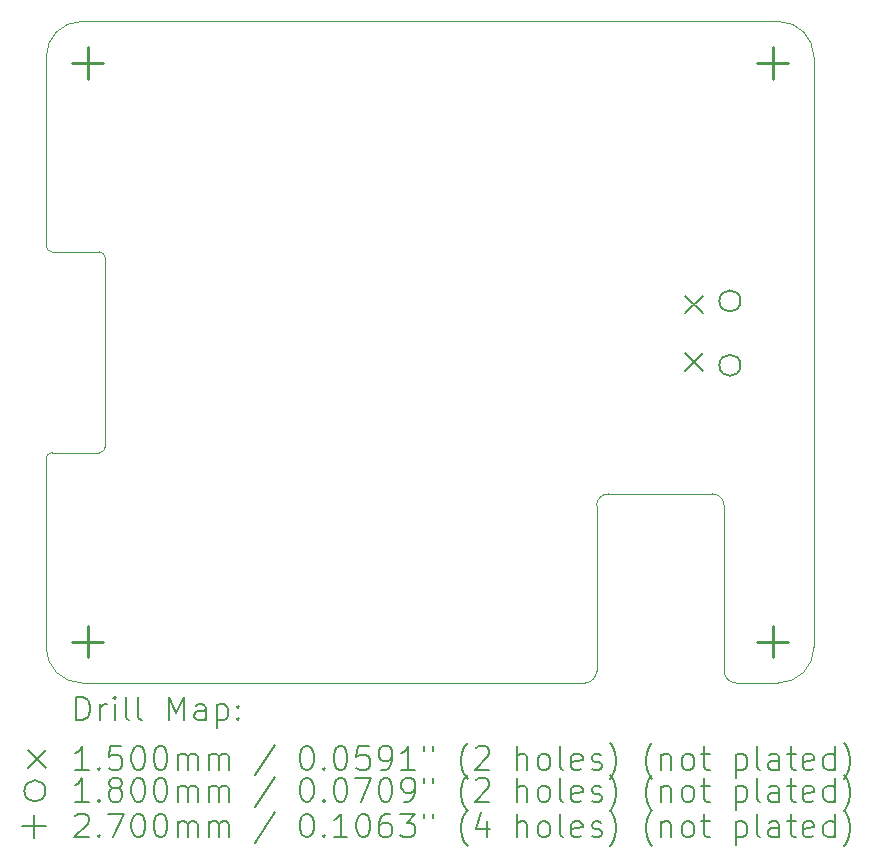
<source format=gbr>
%TF.GenerationSoftware,KiCad,Pcbnew,9.0.1-9.0.1-0~ubuntu24.04.1*%
%TF.CreationDate,2025-04-16T21:58:44-05:00*%
%TF.ProjectId,pico_driver,7069636f-5f64-4726-9976-65722e6b6963,rev?*%
%TF.SameCoordinates,Original*%
%TF.FileFunction,Drillmap*%
%TF.FilePolarity,Positive*%
%FSLAX45Y45*%
G04 Gerber Fmt 4.5, Leading zero omitted, Abs format (unit mm)*
G04 Created by KiCad (PCBNEW 9.0.1-9.0.1-0~ubuntu24.04.1) date 2025-04-16 21:58:44*
%MOMM*%
%LPD*%
G01*
G04 APERTURE LIST*
%ADD10C,0.100000*%
%ADD11C,0.200000*%
%ADD12C,0.150000*%
%ADD13C,0.180000*%
%ADD14C,0.270000*%
G04 APERTURE END LIST*
D10*
X16200000Y-10000000D02*
X15840000Y-10000000D01*
X15640000Y-8400000D02*
G75*
G02*
X15740000Y-8500000I0J-100000D01*
G01*
X10050000Y-6350000D02*
G75*
G02*
X10000000Y-6300000I0J50000D01*
G01*
X16200000Y-4400000D02*
G75*
G02*
X16500000Y-4700000I0J-300000D01*
G01*
X16500000Y-9700000D02*
X16500000Y-4700000D01*
X10000000Y-4700000D02*
X10000000Y-6300000D01*
X14660000Y-8500000D02*
X14660000Y-9900000D01*
X10300000Y-10000000D02*
G75*
G02*
X10000000Y-9700000I0J300000D01*
G01*
X14660000Y-9900000D02*
G75*
G02*
X14560000Y-10000000I-100000J0D01*
G01*
X14660000Y-8500000D02*
G75*
G02*
X14760000Y-8400000I100000J0D01*
G01*
X14560000Y-10000000D02*
X10300000Y-10000000D01*
X10450000Y-8050000D02*
X10050000Y-8050000D01*
X15840000Y-10000000D02*
G75*
G02*
X15740000Y-9900000I0J100000D01*
G01*
X10000000Y-8100000D02*
G75*
G02*
X10049913Y-8050000I50000J0D01*
G01*
X16500000Y-9700000D02*
G75*
G02*
X16200000Y-10000000I-300000J0D01*
G01*
X10500000Y-6400000D02*
X10500000Y-8000000D01*
X10000000Y-4700000D02*
G75*
G02*
X10300000Y-4400000I300000J0D01*
G01*
X15640000Y-8400000D02*
X14760000Y-8400000D01*
X15740000Y-9900000D02*
X15740000Y-8500000D01*
X10000000Y-8100000D02*
X10000000Y-9700000D01*
X10050000Y-6350000D02*
X10450000Y-6350000D01*
X10500000Y-8000000D02*
G75*
G02*
X10450000Y-8050000I-50000J0D01*
G01*
X10450000Y-6350000D02*
G75*
G02*
X10500000Y-6400000I0J-50000D01*
G01*
X16200000Y-4400000D02*
X10300000Y-4400000D01*
D11*
D12*
X15411000Y-6721500D02*
X15561000Y-6871500D01*
X15561000Y-6721500D02*
X15411000Y-6871500D01*
X15411000Y-7206500D02*
X15561000Y-7356500D01*
X15561000Y-7206500D02*
X15411000Y-7356500D01*
D13*
X15879000Y-6766500D02*
G75*
G02*
X15699000Y-6766500I-90000J0D01*
G01*
X15699000Y-6766500D02*
G75*
G02*
X15879000Y-6766500I90000J0D01*
G01*
X15879000Y-7311500D02*
G75*
G02*
X15699000Y-7311500I-90000J0D01*
G01*
X15699000Y-7311500D02*
G75*
G02*
X15879000Y-7311500I90000J0D01*
G01*
D14*
X10350000Y-4615000D02*
X10350000Y-4885000D01*
X10215000Y-4750000D02*
X10485000Y-4750000D01*
X10350000Y-9515000D02*
X10350000Y-9785000D01*
X10215000Y-9650000D02*
X10485000Y-9650000D01*
X16150000Y-4615000D02*
X16150000Y-4885000D01*
X16015000Y-4750000D02*
X16285000Y-4750000D01*
X16150000Y-9515000D02*
X16150000Y-9785000D01*
X16015000Y-9650000D02*
X16285000Y-9650000D01*
D11*
X10255777Y-10316484D02*
X10255777Y-10116484D01*
X10255777Y-10116484D02*
X10303396Y-10116484D01*
X10303396Y-10116484D02*
X10331967Y-10126008D01*
X10331967Y-10126008D02*
X10351015Y-10145055D01*
X10351015Y-10145055D02*
X10360539Y-10164103D01*
X10360539Y-10164103D02*
X10370063Y-10202198D01*
X10370063Y-10202198D02*
X10370063Y-10230770D01*
X10370063Y-10230770D02*
X10360539Y-10268865D01*
X10360539Y-10268865D02*
X10351015Y-10287912D01*
X10351015Y-10287912D02*
X10331967Y-10306960D01*
X10331967Y-10306960D02*
X10303396Y-10316484D01*
X10303396Y-10316484D02*
X10255777Y-10316484D01*
X10455777Y-10316484D02*
X10455777Y-10183150D01*
X10455777Y-10221246D02*
X10465301Y-10202198D01*
X10465301Y-10202198D02*
X10474824Y-10192674D01*
X10474824Y-10192674D02*
X10493872Y-10183150D01*
X10493872Y-10183150D02*
X10512920Y-10183150D01*
X10579586Y-10316484D02*
X10579586Y-10183150D01*
X10579586Y-10116484D02*
X10570063Y-10126008D01*
X10570063Y-10126008D02*
X10579586Y-10135531D01*
X10579586Y-10135531D02*
X10589110Y-10126008D01*
X10589110Y-10126008D02*
X10579586Y-10116484D01*
X10579586Y-10116484D02*
X10579586Y-10135531D01*
X10703396Y-10316484D02*
X10684348Y-10306960D01*
X10684348Y-10306960D02*
X10674824Y-10287912D01*
X10674824Y-10287912D02*
X10674824Y-10116484D01*
X10808158Y-10316484D02*
X10789110Y-10306960D01*
X10789110Y-10306960D02*
X10779586Y-10287912D01*
X10779586Y-10287912D02*
X10779586Y-10116484D01*
X11036729Y-10316484D02*
X11036729Y-10116484D01*
X11036729Y-10116484D02*
X11103396Y-10259341D01*
X11103396Y-10259341D02*
X11170063Y-10116484D01*
X11170063Y-10116484D02*
X11170063Y-10316484D01*
X11351015Y-10316484D02*
X11351015Y-10211722D01*
X11351015Y-10211722D02*
X11341491Y-10192674D01*
X11341491Y-10192674D02*
X11322443Y-10183150D01*
X11322443Y-10183150D02*
X11284348Y-10183150D01*
X11284348Y-10183150D02*
X11265301Y-10192674D01*
X11351015Y-10306960D02*
X11331967Y-10316484D01*
X11331967Y-10316484D02*
X11284348Y-10316484D01*
X11284348Y-10316484D02*
X11265301Y-10306960D01*
X11265301Y-10306960D02*
X11255777Y-10287912D01*
X11255777Y-10287912D02*
X11255777Y-10268865D01*
X11255777Y-10268865D02*
X11265301Y-10249817D01*
X11265301Y-10249817D02*
X11284348Y-10240293D01*
X11284348Y-10240293D02*
X11331967Y-10240293D01*
X11331967Y-10240293D02*
X11351015Y-10230770D01*
X11446253Y-10183150D02*
X11446253Y-10383150D01*
X11446253Y-10192674D02*
X11465301Y-10183150D01*
X11465301Y-10183150D02*
X11503396Y-10183150D01*
X11503396Y-10183150D02*
X11522443Y-10192674D01*
X11522443Y-10192674D02*
X11531967Y-10202198D01*
X11531967Y-10202198D02*
X11541491Y-10221246D01*
X11541491Y-10221246D02*
X11541491Y-10278389D01*
X11541491Y-10278389D02*
X11531967Y-10297436D01*
X11531967Y-10297436D02*
X11522443Y-10306960D01*
X11522443Y-10306960D02*
X11503396Y-10316484D01*
X11503396Y-10316484D02*
X11465301Y-10316484D01*
X11465301Y-10316484D02*
X11446253Y-10306960D01*
X11627205Y-10297436D02*
X11636729Y-10306960D01*
X11636729Y-10306960D02*
X11627205Y-10316484D01*
X11627205Y-10316484D02*
X11617682Y-10306960D01*
X11617682Y-10306960D02*
X11627205Y-10297436D01*
X11627205Y-10297436D02*
X11627205Y-10316484D01*
X11627205Y-10192674D02*
X11636729Y-10202198D01*
X11636729Y-10202198D02*
X11627205Y-10211722D01*
X11627205Y-10211722D02*
X11617682Y-10202198D01*
X11617682Y-10202198D02*
X11627205Y-10192674D01*
X11627205Y-10192674D02*
X11627205Y-10211722D01*
D12*
X9845000Y-10570000D02*
X9995000Y-10720000D01*
X9995000Y-10570000D02*
X9845000Y-10720000D01*
D11*
X10360539Y-10736484D02*
X10246253Y-10736484D01*
X10303396Y-10736484D02*
X10303396Y-10536484D01*
X10303396Y-10536484D02*
X10284348Y-10565055D01*
X10284348Y-10565055D02*
X10265301Y-10584103D01*
X10265301Y-10584103D02*
X10246253Y-10593627D01*
X10446253Y-10717436D02*
X10455777Y-10726960D01*
X10455777Y-10726960D02*
X10446253Y-10736484D01*
X10446253Y-10736484D02*
X10436729Y-10726960D01*
X10436729Y-10726960D02*
X10446253Y-10717436D01*
X10446253Y-10717436D02*
X10446253Y-10736484D01*
X10636729Y-10536484D02*
X10541491Y-10536484D01*
X10541491Y-10536484D02*
X10531967Y-10631722D01*
X10531967Y-10631722D02*
X10541491Y-10622198D01*
X10541491Y-10622198D02*
X10560539Y-10612674D01*
X10560539Y-10612674D02*
X10608158Y-10612674D01*
X10608158Y-10612674D02*
X10627205Y-10622198D01*
X10627205Y-10622198D02*
X10636729Y-10631722D01*
X10636729Y-10631722D02*
X10646253Y-10650770D01*
X10646253Y-10650770D02*
X10646253Y-10698389D01*
X10646253Y-10698389D02*
X10636729Y-10717436D01*
X10636729Y-10717436D02*
X10627205Y-10726960D01*
X10627205Y-10726960D02*
X10608158Y-10736484D01*
X10608158Y-10736484D02*
X10560539Y-10736484D01*
X10560539Y-10736484D02*
X10541491Y-10726960D01*
X10541491Y-10726960D02*
X10531967Y-10717436D01*
X10770063Y-10536484D02*
X10789110Y-10536484D01*
X10789110Y-10536484D02*
X10808158Y-10546008D01*
X10808158Y-10546008D02*
X10817682Y-10555531D01*
X10817682Y-10555531D02*
X10827205Y-10574579D01*
X10827205Y-10574579D02*
X10836729Y-10612674D01*
X10836729Y-10612674D02*
X10836729Y-10660293D01*
X10836729Y-10660293D02*
X10827205Y-10698389D01*
X10827205Y-10698389D02*
X10817682Y-10717436D01*
X10817682Y-10717436D02*
X10808158Y-10726960D01*
X10808158Y-10726960D02*
X10789110Y-10736484D01*
X10789110Y-10736484D02*
X10770063Y-10736484D01*
X10770063Y-10736484D02*
X10751015Y-10726960D01*
X10751015Y-10726960D02*
X10741491Y-10717436D01*
X10741491Y-10717436D02*
X10731967Y-10698389D01*
X10731967Y-10698389D02*
X10722444Y-10660293D01*
X10722444Y-10660293D02*
X10722444Y-10612674D01*
X10722444Y-10612674D02*
X10731967Y-10574579D01*
X10731967Y-10574579D02*
X10741491Y-10555531D01*
X10741491Y-10555531D02*
X10751015Y-10546008D01*
X10751015Y-10546008D02*
X10770063Y-10536484D01*
X10960539Y-10536484D02*
X10979586Y-10536484D01*
X10979586Y-10536484D02*
X10998634Y-10546008D01*
X10998634Y-10546008D02*
X11008158Y-10555531D01*
X11008158Y-10555531D02*
X11017682Y-10574579D01*
X11017682Y-10574579D02*
X11027205Y-10612674D01*
X11027205Y-10612674D02*
X11027205Y-10660293D01*
X11027205Y-10660293D02*
X11017682Y-10698389D01*
X11017682Y-10698389D02*
X11008158Y-10717436D01*
X11008158Y-10717436D02*
X10998634Y-10726960D01*
X10998634Y-10726960D02*
X10979586Y-10736484D01*
X10979586Y-10736484D02*
X10960539Y-10736484D01*
X10960539Y-10736484D02*
X10941491Y-10726960D01*
X10941491Y-10726960D02*
X10931967Y-10717436D01*
X10931967Y-10717436D02*
X10922444Y-10698389D01*
X10922444Y-10698389D02*
X10912920Y-10660293D01*
X10912920Y-10660293D02*
X10912920Y-10612674D01*
X10912920Y-10612674D02*
X10922444Y-10574579D01*
X10922444Y-10574579D02*
X10931967Y-10555531D01*
X10931967Y-10555531D02*
X10941491Y-10546008D01*
X10941491Y-10546008D02*
X10960539Y-10536484D01*
X11112920Y-10736484D02*
X11112920Y-10603150D01*
X11112920Y-10622198D02*
X11122444Y-10612674D01*
X11122444Y-10612674D02*
X11141491Y-10603150D01*
X11141491Y-10603150D02*
X11170063Y-10603150D01*
X11170063Y-10603150D02*
X11189110Y-10612674D01*
X11189110Y-10612674D02*
X11198634Y-10631722D01*
X11198634Y-10631722D02*
X11198634Y-10736484D01*
X11198634Y-10631722D02*
X11208158Y-10612674D01*
X11208158Y-10612674D02*
X11227205Y-10603150D01*
X11227205Y-10603150D02*
X11255777Y-10603150D01*
X11255777Y-10603150D02*
X11274824Y-10612674D01*
X11274824Y-10612674D02*
X11284348Y-10631722D01*
X11284348Y-10631722D02*
X11284348Y-10736484D01*
X11379586Y-10736484D02*
X11379586Y-10603150D01*
X11379586Y-10622198D02*
X11389110Y-10612674D01*
X11389110Y-10612674D02*
X11408158Y-10603150D01*
X11408158Y-10603150D02*
X11436729Y-10603150D01*
X11436729Y-10603150D02*
X11455777Y-10612674D01*
X11455777Y-10612674D02*
X11465301Y-10631722D01*
X11465301Y-10631722D02*
X11465301Y-10736484D01*
X11465301Y-10631722D02*
X11474824Y-10612674D01*
X11474824Y-10612674D02*
X11493872Y-10603150D01*
X11493872Y-10603150D02*
X11522443Y-10603150D01*
X11522443Y-10603150D02*
X11541491Y-10612674D01*
X11541491Y-10612674D02*
X11551015Y-10631722D01*
X11551015Y-10631722D02*
X11551015Y-10736484D01*
X11941491Y-10526960D02*
X11770063Y-10784103D01*
X12198634Y-10536484D02*
X12217682Y-10536484D01*
X12217682Y-10536484D02*
X12236729Y-10546008D01*
X12236729Y-10546008D02*
X12246253Y-10555531D01*
X12246253Y-10555531D02*
X12255777Y-10574579D01*
X12255777Y-10574579D02*
X12265301Y-10612674D01*
X12265301Y-10612674D02*
X12265301Y-10660293D01*
X12265301Y-10660293D02*
X12255777Y-10698389D01*
X12255777Y-10698389D02*
X12246253Y-10717436D01*
X12246253Y-10717436D02*
X12236729Y-10726960D01*
X12236729Y-10726960D02*
X12217682Y-10736484D01*
X12217682Y-10736484D02*
X12198634Y-10736484D01*
X12198634Y-10736484D02*
X12179586Y-10726960D01*
X12179586Y-10726960D02*
X12170063Y-10717436D01*
X12170063Y-10717436D02*
X12160539Y-10698389D01*
X12160539Y-10698389D02*
X12151015Y-10660293D01*
X12151015Y-10660293D02*
X12151015Y-10612674D01*
X12151015Y-10612674D02*
X12160539Y-10574579D01*
X12160539Y-10574579D02*
X12170063Y-10555531D01*
X12170063Y-10555531D02*
X12179586Y-10546008D01*
X12179586Y-10546008D02*
X12198634Y-10536484D01*
X12351015Y-10717436D02*
X12360539Y-10726960D01*
X12360539Y-10726960D02*
X12351015Y-10736484D01*
X12351015Y-10736484D02*
X12341491Y-10726960D01*
X12341491Y-10726960D02*
X12351015Y-10717436D01*
X12351015Y-10717436D02*
X12351015Y-10736484D01*
X12484348Y-10536484D02*
X12503396Y-10536484D01*
X12503396Y-10536484D02*
X12522444Y-10546008D01*
X12522444Y-10546008D02*
X12531967Y-10555531D01*
X12531967Y-10555531D02*
X12541491Y-10574579D01*
X12541491Y-10574579D02*
X12551015Y-10612674D01*
X12551015Y-10612674D02*
X12551015Y-10660293D01*
X12551015Y-10660293D02*
X12541491Y-10698389D01*
X12541491Y-10698389D02*
X12531967Y-10717436D01*
X12531967Y-10717436D02*
X12522444Y-10726960D01*
X12522444Y-10726960D02*
X12503396Y-10736484D01*
X12503396Y-10736484D02*
X12484348Y-10736484D01*
X12484348Y-10736484D02*
X12465301Y-10726960D01*
X12465301Y-10726960D02*
X12455777Y-10717436D01*
X12455777Y-10717436D02*
X12446253Y-10698389D01*
X12446253Y-10698389D02*
X12436729Y-10660293D01*
X12436729Y-10660293D02*
X12436729Y-10612674D01*
X12436729Y-10612674D02*
X12446253Y-10574579D01*
X12446253Y-10574579D02*
X12455777Y-10555531D01*
X12455777Y-10555531D02*
X12465301Y-10546008D01*
X12465301Y-10546008D02*
X12484348Y-10536484D01*
X12731967Y-10536484D02*
X12636729Y-10536484D01*
X12636729Y-10536484D02*
X12627206Y-10631722D01*
X12627206Y-10631722D02*
X12636729Y-10622198D01*
X12636729Y-10622198D02*
X12655777Y-10612674D01*
X12655777Y-10612674D02*
X12703396Y-10612674D01*
X12703396Y-10612674D02*
X12722444Y-10622198D01*
X12722444Y-10622198D02*
X12731967Y-10631722D01*
X12731967Y-10631722D02*
X12741491Y-10650770D01*
X12741491Y-10650770D02*
X12741491Y-10698389D01*
X12741491Y-10698389D02*
X12731967Y-10717436D01*
X12731967Y-10717436D02*
X12722444Y-10726960D01*
X12722444Y-10726960D02*
X12703396Y-10736484D01*
X12703396Y-10736484D02*
X12655777Y-10736484D01*
X12655777Y-10736484D02*
X12636729Y-10726960D01*
X12636729Y-10726960D02*
X12627206Y-10717436D01*
X12836729Y-10736484D02*
X12874825Y-10736484D01*
X12874825Y-10736484D02*
X12893872Y-10726960D01*
X12893872Y-10726960D02*
X12903396Y-10717436D01*
X12903396Y-10717436D02*
X12922444Y-10688865D01*
X12922444Y-10688865D02*
X12931967Y-10650770D01*
X12931967Y-10650770D02*
X12931967Y-10574579D01*
X12931967Y-10574579D02*
X12922444Y-10555531D01*
X12922444Y-10555531D02*
X12912920Y-10546008D01*
X12912920Y-10546008D02*
X12893872Y-10536484D01*
X12893872Y-10536484D02*
X12855777Y-10536484D01*
X12855777Y-10536484D02*
X12836729Y-10546008D01*
X12836729Y-10546008D02*
X12827206Y-10555531D01*
X12827206Y-10555531D02*
X12817682Y-10574579D01*
X12817682Y-10574579D02*
X12817682Y-10622198D01*
X12817682Y-10622198D02*
X12827206Y-10641246D01*
X12827206Y-10641246D02*
X12836729Y-10650770D01*
X12836729Y-10650770D02*
X12855777Y-10660293D01*
X12855777Y-10660293D02*
X12893872Y-10660293D01*
X12893872Y-10660293D02*
X12912920Y-10650770D01*
X12912920Y-10650770D02*
X12922444Y-10641246D01*
X12922444Y-10641246D02*
X12931967Y-10622198D01*
X13122444Y-10736484D02*
X13008158Y-10736484D01*
X13065301Y-10736484D02*
X13065301Y-10536484D01*
X13065301Y-10536484D02*
X13046253Y-10565055D01*
X13046253Y-10565055D02*
X13027206Y-10584103D01*
X13027206Y-10584103D02*
X13008158Y-10593627D01*
X13198634Y-10536484D02*
X13198634Y-10574579D01*
X13274825Y-10536484D02*
X13274825Y-10574579D01*
X13570063Y-10812674D02*
X13560539Y-10803150D01*
X13560539Y-10803150D02*
X13541491Y-10774579D01*
X13541491Y-10774579D02*
X13531968Y-10755531D01*
X13531968Y-10755531D02*
X13522444Y-10726960D01*
X13522444Y-10726960D02*
X13512920Y-10679341D01*
X13512920Y-10679341D02*
X13512920Y-10641246D01*
X13512920Y-10641246D02*
X13522444Y-10593627D01*
X13522444Y-10593627D02*
X13531968Y-10565055D01*
X13531968Y-10565055D02*
X13541491Y-10546008D01*
X13541491Y-10546008D02*
X13560539Y-10517436D01*
X13560539Y-10517436D02*
X13570063Y-10507912D01*
X13636729Y-10555531D02*
X13646253Y-10546008D01*
X13646253Y-10546008D02*
X13665301Y-10536484D01*
X13665301Y-10536484D02*
X13712920Y-10536484D01*
X13712920Y-10536484D02*
X13731968Y-10546008D01*
X13731968Y-10546008D02*
X13741491Y-10555531D01*
X13741491Y-10555531D02*
X13751015Y-10574579D01*
X13751015Y-10574579D02*
X13751015Y-10593627D01*
X13751015Y-10593627D02*
X13741491Y-10622198D01*
X13741491Y-10622198D02*
X13627206Y-10736484D01*
X13627206Y-10736484D02*
X13751015Y-10736484D01*
X13989110Y-10736484D02*
X13989110Y-10536484D01*
X14074825Y-10736484D02*
X14074825Y-10631722D01*
X14074825Y-10631722D02*
X14065301Y-10612674D01*
X14065301Y-10612674D02*
X14046253Y-10603150D01*
X14046253Y-10603150D02*
X14017682Y-10603150D01*
X14017682Y-10603150D02*
X13998634Y-10612674D01*
X13998634Y-10612674D02*
X13989110Y-10622198D01*
X14198634Y-10736484D02*
X14179587Y-10726960D01*
X14179587Y-10726960D02*
X14170063Y-10717436D01*
X14170063Y-10717436D02*
X14160539Y-10698389D01*
X14160539Y-10698389D02*
X14160539Y-10641246D01*
X14160539Y-10641246D02*
X14170063Y-10622198D01*
X14170063Y-10622198D02*
X14179587Y-10612674D01*
X14179587Y-10612674D02*
X14198634Y-10603150D01*
X14198634Y-10603150D02*
X14227206Y-10603150D01*
X14227206Y-10603150D02*
X14246253Y-10612674D01*
X14246253Y-10612674D02*
X14255777Y-10622198D01*
X14255777Y-10622198D02*
X14265301Y-10641246D01*
X14265301Y-10641246D02*
X14265301Y-10698389D01*
X14265301Y-10698389D02*
X14255777Y-10717436D01*
X14255777Y-10717436D02*
X14246253Y-10726960D01*
X14246253Y-10726960D02*
X14227206Y-10736484D01*
X14227206Y-10736484D02*
X14198634Y-10736484D01*
X14379587Y-10736484D02*
X14360539Y-10726960D01*
X14360539Y-10726960D02*
X14351015Y-10707912D01*
X14351015Y-10707912D02*
X14351015Y-10536484D01*
X14531968Y-10726960D02*
X14512920Y-10736484D01*
X14512920Y-10736484D02*
X14474825Y-10736484D01*
X14474825Y-10736484D02*
X14455777Y-10726960D01*
X14455777Y-10726960D02*
X14446253Y-10707912D01*
X14446253Y-10707912D02*
X14446253Y-10631722D01*
X14446253Y-10631722D02*
X14455777Y-10612674D01*
X14455777Y-10612674D02*
X14474825Y-10603150D01*
X14474825Y-10603150D02*
X14512920Y-10603150D01*
X14512920Y-10603150D02*
X14531968Y-10612674D01*
X14531968Y-10612674D02*
X14541491Y-10631722D01*
X14541491Y-10631722D02*
X14541491Y-10650770D01*
X14541491Y-10650770D02*
X14446253Y-10669817D01*
X14617682Y-10726960D02*
X14636730Y-10736484D01*
X14636730Y-10736484D02*
X14674825Y-10736484D01*
X14674825Y-10736484D02*
X14693872Y-10726960D01*
X14693872Y-10726960D02*
X14703396Y-10707912D01*
X14703396Y-10707912D02*
X14703396Y-10698389D01*
X14703396Y-10698389D02*
X14693872Y-10679341D01*
X14693872Y-10679341D02*
X14674825Y-10669817D01*
X14674825Y-10669817D02*
X14646253Y-10669817D01*
X14646253Y-10669817D02*
X14627206Y-10660293D01*
X14627206Y-10660293D02*
X14617682Y-10641246D01*
X14617682Y-10641246D02*
X14617682Y-10631722D01*
X14617682Y-10631722D02*
X14627206Y-10612674D01*
X14627206Y-10612674D02*
X14646253Y-10603150D01*
X14646253Y-10603150D02*
X14674825Y-10603150D01*
X14674825Y-10603150D02*
X14693872Y-10612674D01*
X14770063Y-10812674D02*
X14779587Y-10803150D01*
X14779587Y-10803150D02*
X14798634Y-10774579D01*
X14798634Y-10774579D02*
X14808158Y-10755531D01*
X14808158Y-10755531D02*
X14817682Y-10726960D01*
X14817682Y-10726960D02*
X14827206Y-10679341D01*
X14827206Y-10679341D02*
X14827206Y-10641246D01*
X14827206Y-10641246D02*
X14817682Y-10593627D01*
X14817682Y-10593627D02*
X14808158Y-10565055D01*
X14808158Y-10565055D02*
X14798634Y-10546008D01*
X14798634Y-10546008D02*
X14779587Y-10517436D01*
X14779587Y-10517436D02*
X14770063Y-10507912D01*
X15131968Y-10812674D02*
X15122444Y-10803150D01*
X15122444Y-10803150D02*
X15103396Y-10774579D01*
X15103396Y-10774579D02*
X15093872Y-10755531D01*
X15093872Y-10755531D02*
X15084349Y-10726960D01*
X15084349Y-10726960D02*
X15074825Y-10679341D01*
X15074825Y-10679341D02*
X15074825Y-10641246D01*
X15074825Y-10641246D02*
X15084349Y-10593627D01*
X15084349Y-10593627D02*
X15093872Y-10565055D01*
X15093872Y-10565055D02*
X15103396Y-10546008D01*
X15103396Y-10546008D02*
X15122444Y-10517436D01*
X15122444Y-10517436D02*
X15131968Y-10507912D01*
X15208158Y-10603150D02*
X15208158Y-10736484D01*
X15208158Y-10622198D02*
X15217682Y-10612674D01*
X15217682Y-10612674D02*
X15236730Y-10603150D01*
X15236730Y-10603150D02*
X15265301Y-10603150D01*
X15265301Y-10603150D02*
X15284349Y-10612674D01*
X15284349Y-10612674D02*
X15293872Y-10631722D01*
X15293872Y-10631722D02*
X15293872Y-10736484D01*
X15417682Y-10736484D02*
X15398634Y-10726960D01*
X15398634Y-10726960D02*
X15389111Y-10717436D01*
X15389111Y-10717436D02*
X15379587Y-10698389D01*
X15379587Y-10698389D02*
X15379587Y-10641246D01*
X15379587Y-10641246D02*
X15389111Y-10622198D01*
X15389111Y-10622198D02*
X15398634Y-10612674D01*
X15398634Y-10612674D02*
X15417682Y-10603150D01*
X15417682Y-10603150D02*
X15446253Y-10603150D01*
X15446253Y-10603150D02*
X15465301Y-10612674D01*
X15465301Y-10612674D02*
X15474825Y-10622198D01*
X15474825Y-10622198D02*
X15484349Y-10641246D01*
X15484349Y-10641246D02*
X15484349Y-10698389D01*
X15484349Y-10698389D02*
X15474825Y-10717436D01*
X15474825Y-10717436D02*
X15465301Y-10726960D01*
X15465301Y-10726960D02*
X15446253Y-10736484D01*
X15446253Y-10736484D02*
X15417682Y-10736484D01*
X15541492Y-10603150D02*
X15617682Y-10603150D01*
X15570063Y-10536484D02*
X15570063Y-10707912D01*
X15570063Y-10707912D02*
X15579587Y-10726960D01*
X15579587Y-10726960D02*
X15598634Y-10736484D01*
X15598634Y-10736484D02*
X15617682Y-10736484D01*
X15836730Y-10603150D02*
X15836730Y-10803150D01*
X15836730Y-10612674D02*
X15855777Y-10603150D01*
X15855777Y-10603150D02*
X15893873Y-10603150D01*
X15893873Y-10603150D02*
X15912920Y-10612674D01*
X15912920Y-10612674D02*
X15922444Y-10622198D01*
X15922444Y-10622198D02*
X15931968Y-10641246D01*
X15931968Y-10641246D02*
X15931968Y-10698389D01*
X15931968Y-10698389D02*
X15922444Y-10717436D01*
X15922444Y-10717436D02*
X15912920Y-10726960D01*
X15912920Y-10726960D02*
X15893873Y-10736484D01*
X15893873Y-10736484D02*
X15855777Y-10736484D01*
X15855777Y-10736484D02*
X15836730Y-10726960D01*
X16046253Y-10736484D02*
X16027206Y-10726960D01*
X16027206Y-10726960D02*
X16017682Y-10707912D01*
X16017682Y-10707912D02*
X16017682Y-10536484D01*
X16208158Y-10736484D02*
X16208158Y-10631722D01*
X16208158Y-10631722D02*
X16198634Y-10612674D01*
X16198634Y-10612674D02*
X16179587Y-10603150D01*
X16179587Y-10603150D02*
X16141492Y-10603150D01*
X16141492Y-10603150D02*
X16122444Y-10612674D01*
X16208158Y-10726960D02*
X16189111Y-10736484D01*
X16189111Y-10736484D02*
X16141492Y-10736484D01*
X16141492Y-10736484D02*
X16122444Y-10726960D01*
X16122444Y-10726960D02*
X16112920Y-10707912D01*
X16112920Y-10707912D02*
X16112920Y-10688865D01*
X16112920Y-10688865D02*
X16122444Y-10669817D01*
X16122444Y-10669817D02*
X16141492Y-10660293D01*
X16141492Y-10660293D02*
X16189111Y-10660293D01*
X16189111Y-10660293D02*
X16208158Y-10650770D01*
X16274825Y-10603150D02*
X16351015Y-10603150D01*
X16303396Y-10536484D02*
X16303396Y-10707912D01*
X16303396Y-10707912D02*
X16312920Y-10726960D01*
X16312920Y-10726960D02*
X16331968Y-10736484D01*
X16331968Y-10736484D02*
X16351015Y-10736484D01*
X16493873Y-10726960D02*
X16474825Y-10736484D01*
X16474825Y-10736484D02*
X16436730Y-10736484D01*
X16436730Y-10736484D02*
X16417682Y-10726960D01*
X16417682Y-10726960D02*
X16408158Y-10707912D01*
X16408158Y-10707912D02*
X16408158Y-10631722D01*
X16408158Y-10631722D02*
X16417682Y-10612674D01*
X16417682Y-10612674D02*
X16436730Y-10603150D01*
X16436730Y-10603150D02*
X16474825Y-10603150D01*
X16474825Y-10603150D02*
X16493873Y-10612674D01*
X16493873Y-10612674D02*
X16503396Y-10631722D01*
X16503396Y-10631722D02*
X16503396Y-10650770D01*
X16503396Y-10650770D02*
X16408158Y-10669817D01*
X16674825Y-10736484D02*
X16674825Y-10536484D01*
X16674825Y-10726960D02*
X16655777Y-10736484D01*
X16655777Y-10736484D02*
X16617682Y-10736484D01*
X16617682Y-10736484D02*
X16598634Y-10726960D01*
X16598634Y-10726960D02*
X16589111Y-10717436D01*
X16589111Y-10717436D02*
X16579587Y-10698389D01*
X16579587Y-10698389D02*
X16579587Y-10641246D01*
X16579587Y-10641246D02*
X16589111Y-10622198D01*
X16589111Y-10622198D02*
X16598634Y-10612674D01*
X16598634Y-10612674D02*
X16617682Y-10603150D01*
X16617682Y-10603150D02*
X16655777Y-10603150D01*
X16655777Y-10603150D02*
X16674825Y-10612674D01*
X16751015Y-10812674D02*
X16760539Y-10803150D01*
X16760539Y-10803150D02*
X16779587Y-10774579D01*
X16779587Y-10774579D02*
X16789111Y-10755531D01*
X16789111Y-10755531D02*
X16798635Y-10726960D01*
X16798635Y-10726960D02*
X16808158Y-10679341D01*
X16808158Y-10679341D02*
X16808158Y-10641246D01*
X16808158Y-10641246D02*
X16798635Y-10593627D01*
X16798635Y-10593627D02*
X16789111Y-10565055D01*
X16789111Y-10565055D02*
X16779587Y-10546008D01*
X16779587Y-10546008D02*
X16760539Y-10517436D01*
X16760539Y-10517436D02*
X16751015Y-10507912D01*
D13*
X9995000Y-10915000D02*
G75*
G02*
X9815000Y-10915000I-90000J0D01*
G01*
X9815000Y-10915000D02*
G75*
G02*
X9995000Y-10915000I90000J0D01*
G01*
D11*
X10360539Y-11006484D02*
X10246253Y-11006484D01*
X10303396Y-11006484D02*
X10303396Y-10806484D01*
X10303396Y-10806484D02*
X10284348Y-10835055D01*
X10284348Y-10835055D02*
X10265301Y-10854103D01*
X10265301Y-10854103D02*
X10246253Y-10863627D01*
X10446253Y-10987436D02*
X10455777Y-10996960D01*
X10455777Y-10996960D02*
X10446253Y-11006484D01*
X10446253Y-11006484D02*
X10436729Y-10996960D01*
X10436729Y-10996960D02*
X10446253Y-10987436D01*
X10446253Y-10987436D02*
X10446253Y-11006484D01*
X10570063Y-10892198D02*
X10551015Y-10882674D01*
X10551015Y-10882674D02*
X10541491Y-10873150D01*
X10541491Y-10873150D02*
X10531967Y-10854103D01*
X10531967Y-10854103D02*
X10531967Y-10844579D01*
X10531967Y-10844579D02*
X10541491Y-10825531D01*
X10541491Y-10825531D02*
X10551015Y-10816008D01*
X10551015Y-10816008D02*
X10570063Y-10806484D01*
X10570063Y-10806484D02*
X10608158Y-10806484D01*
X10608158Y-10806484D02*
X10627205Y-10816008D01*
X10627205Y-10816008D02*
X10636729Y-10825531D01*
X10636729Y-10825531D02*
X10646253Y-10844579D01*
X10646253Y-10844579D02*
X10646253Y-10854103D01*
X10646253Y-10854103D02*
X10636729Y-10873150D01*
X10636729Y-10873150D02*
X10627205Y-10882674D01*
X10627205Y-10882674D02*
X10608158Y-10892198D01*
X10608158Y-10892198D02*
X10570063Y-10892198D01*
X10570063Y-10892198D02*
X10551015Y-10901722D01*
X10551015Y-10901722D02*
X10541491Y-10911246D01*
X10541491Y-10911246D02*
X10531967Y-10930293D01*
X10531967Y-10930293D02*
X10531967Y-10968389D01*
X10531967Y-10968389D02*
X10541491Y-10987436D01*
X10541491Y-10987436D02*
X10551015Y-10996960D01*
X10551015Y-10996960D02*
X10570063Y-11006484D01*
X10570063Y-11006484D02*
X10608158Y-11006484D01*
X10608158Y-11006484D02*
X10627205Y-10996960D01*
X10627205Y-10996960D02*
X10636729Y-10987436D01*
X10636729Y-10987436D02*
X10646253Y-10968389D01*
X10646253Y-10968389D02*
X10646253Y-10930293D01*
X10646253Y-10930293D02*
X10636729Y-10911246D01*
X10636729Y-10911246D02*
X10627205Y-10901722D01*
X10627205Y-10901722D02*
X10608158Y-10892198D01*
X10770063Y-10806484D02*
X10789110Y-10806484D01*
X10789110Y-10806484D02*
X10808158Y-10816008D01*
X10808158Y-10816008D02*
X10817682Y-10825531D01*
X10817682Y-10825531D02*
X10827205Y-10844579D01*
X10827205Y-10844579D02*
X10836729Y-10882674D01*
X10836729Y-10882674D02*
X10836729Y-10930293D01*
X10836729Y-10930293D02*
X10827205Y-10968389D01*
X10827205Y-10968389D02*
X10817682Y-10987436D01*
X10817682Y-10987436D02*
X10808158Y-10996960D01*
X10808158Y-10996960D02*
X10789110Y-11006484D01*
X10789110Y-11006484D02*
X10770063Y-11006484D01*
X10770063Y-11006484D02*
X10751015Y-10996960D01*
X10751015Y-10996960D02*
X10741491Y-10987436D01*
X10741491Y-10987436D02*
X10731967Y-10968389D01*
X10731967Y-10968389D02*
X10722444Y-10930293D01*
X10722444Y-10930293D02*
X10722444Y-10882674D01*
X10722444Y-10882674D02*
X10731967Y-10844579D01*
X10731967Y-10844579D02*
X10741491Y-10825531D01*
X10741491Y-10825531D02*
X10751015Y-10816008D01*
X10751015Y-10816008D02*
X10770063Y-10806484D01*
X10960539Y-10806484D02*
X10979586Y-10806484D01*
X10979586Y-10806484D02*
X10998634Y-10816008D01*
X10998634Y-10816008D02*
X11008158Y-10825531D01*
X11008158Y-10825531D02*
X11017682Y-10844579D01*
X11017682Y-10844579D02*
X11027205Y-10882674D01*
X11027205Y-10882674D02*
X11027205Y-10930293D01*
X11027205Y-10930293D02*
X11017682Y-10968389D01*
X11017682Y-10968389D02*
X11008158Y-10987436D01*
X11008158Y-10987436D02*
X10998634Y-10996960D01*
X10998634Y-10996960D02*
X10979586Y-11006484D01*
X10979586Y-11006484D02*
X10960539Y-11006484D01*
X10960539Y-11006484D02*
X10941491Y-10996960D01*
X10941491Y-10996960D02*
X10931967Y-10987436D01*
X10931967Y-10987436D02*
X10922444Y-10968389D01*
X10922444Y-10968389D02*
X10912920Y-10930293D01*
X10912920Y-10930293D02*
X10912920Y-10882674D01*
X10912920Y-10882674D02*
X10922444Y-10844579D01*
X10922444Y-10844579D02*
X10931967Y-10825531D01*
X10931967Y-10825531D02*
X10941491Y-10816008D01*
X10941491Y-10816008D02*
X10960539Y-10806484D01*
X11112920Y-11006484D02*
X11112920Y-10873150D01*
X11112920Y-10892198D02*
X11122444Y-10882674D01*
X11122444Y-10882674D02*
X11141491Y-10873150D01*
X11141491Y-10873150D02*
X11170063Y-10873150D01*
X11170063Y-10873150D02*
X11189110Y-10882674D01*
X11189110Y-10882674D02*
X11198634Y-10901722D01*
X11198634Y-10901722D02*
X11198634Y-11006484D01*
X11198634Y-10901722D02*
X11208158Y-10882674D01*
X11208158Y-10882674D02*
X11227205Y-10873150D01*
X11227205Y-10873150D02*
X11255777Y-10873150D01*
X11255777Y-10873150D02*
X11274824Y-10882674D01*
X11274824Y-10882674D02*
X11284348Y-10901722D01*
X11284348Y-10901722D02*
X11284348Y-11006484D01*
X11379586Y-11006484D02*
X11379586Y-10873150D01*
X11379586Y-10892198D02*
X11389110Y-10882674D01*
X11389110Y-10882674D02*
X11408158Y-10873150D01*
X11408158Y-10873150D02*
X11436729Y-10873150D01*
X11436729Y-10873150D02*
X11455777Y-10882674D01*
X11455777Y-10882674D02*
X11465301Y-10901722D01*
X11465301Y-10901722D02*
X11465301Y-11006484D01*
X11465301Y-10901722D02*
X11474824Y-10882674D01*
X11474824Y-10882674D02*
X11493872Y-10873150D01*
X11493872Y-10873150D02*
X11522443Y-10873150D01*
X11522443Y-10873150D02*
X11541491Y-10882674D01*
X11541491Y-10882674D02*
X11551015Y-10901722D01*
X11551015Y-10901722D02*
X11551015Y-11006484D01*
X11941491Y-10796960D02*
X11770063Y-11054103D01*
X12198634Y-10806484D02*
X12217682Y-10806484D01*
X12217682Y-10806484D02*
X12236729Y-10816008D01*
X12236729Y-10816008D02*
X12246253Y-10825531D01*
X12246253Y-10825531D02*
X12255777Y-10844579D01*
X12255777Y-10844579D02*
X12265301Y-10882674D01*
X12265301Y-10882674D02*
X12265301Y-10930293D01*
X12265301Y-10930293D02*
X12255777Y-10968389D01*
X12255777Y-10968389D02*
X12246253Y-10987436D01*
X12246253Y-10987436D02*
X12236729Y-10996960D01*
X12236729Y-10996960D02*
X12217682Y-11006484D01*
X12217682Y-11006484D02*
X12198634Y-11006484D01*
X12198634Y-11006484D02*
X12179586Y-10996960D01*
X12179586Y-10996960D02*
X12170063Y-10987436D01*
X12170063Y-10987436D02*
X12160539Y-10968389D01*
X12160539Y-10968389D02*
X12151015Y-10930293D01*
X12151015Y-10930293D02*
X12151015Y-10882674D01*
X12151015Y-10882674D02*
X12160539Y-10844579D01*
X12160539Y-10844579D02*
X12170063Y-10825531D01*
X12170063Y-10825531D02*
X12179586Y-10816008D01*
X12179586Y-10816008D02*
X12198634Y-10806484D01*
X12351015Y-10987436D02*
X12360539Y-10996960D01*
X12360539Y-10996960D02*
X12351015Y-11006484D01*
X12351015Y-11006484D02*
X12341491Y-10996960D01*
X12341491Y-10996960D02*
X12351015Y-10987436D01*
X12351015Y-10987436D02*
X12351015Y-11006484D01*
X12484348Y-10806484D02*
X12503396Y-10806484D01*
X12503396Y-10806484D02*
X12522444Y-10816008D01*
X12522444Y-10816008D02*
X12531967Y-10825531D01*
X12531967Y-10825531D02*
X12541491Y-10844579D01*
X12541491Y-10844579D02*
X12551015Y-10882674D01*
X12551015Y-10882674D02*
X12551015Y-10930293D01*
X12551015Y-10930293D02*
X12541491Y-10968389D01*
X12541491Y-10968389D02*
X12531967Y-10987436D01*
X12531967Y-10987436D02*
X12522444Y-10996960D01*
X12522444Y-10996960D02*
X12503396Y-11006484D01*
X12503396Y-11006484D02*
X12484348Y-11006484D01*
X12484348Y-11006484D02*
X12465301Y-10996960D01*
X12465301Y-10996960D02*
X12455777Y-10987436D01*
X12455777Y-10987436D02*
X12446253Y-10968389D01*
X12446253Y-10968389D02*
X12436729Y-10930293D01*
X12436729Y-10930293D02*
X12436729Y-10882674D01*
X12436729Y-10882674D02*
X12446253Y-10844579D01*
X12446253Y-10844579D02*
X12455777Y-10825531D01*
X12455777Y-10825531D02*
X12465301Y-10816008D01*
X12465301Y-10816008D02*
X12484348Y-10806484D01*
X12617682Y-10806484D02*
X12751015Y-10806484D01*
X12751015Y-10806484D02*
X12665301Y-11006484D01*
X12865301Y-10806484D02*
X12884348Y-10806484D01*
X12884348Y-10806484D02*
X12903396Y-10816008D01*
X12903396Y-10816008D02*
X12912920Y-10825531D01*
X12912920Y-10825531D02*
X12922444Y-10844579D01*
X12922444Y-10844579D02*
X12931967Y-10882674D01*
X12931967Y-10882674D02*
X12931967Y-10930293D01*
X12931967Y-10930293D02*
X12922444Y-10968389D01*
X12922444Y-10968389D02*
X12912920Y-10987436D01*
X12912920Y-10987436D02*
X12903396Y-10996960D01*
X12903396Y-10996960D02*
X12884348Y-11006484D01*
X12884348Y-11006484D02*
X12865301Y-11006484D01*
X12865301Y-11006484D02*
X12846253Y-10996960D01*
X12846253Y-10996960D02*
X12836729Y-10987436D01*
X12836729Y-10987436D02*
X12827206Y-10968389D01*
X12827206Y-10968389D02*
X12817682Y-10930293D01*
X12817682Y-10930293D02*
X12817682Y-10882674D01*
X12817682Y-10882674D02*
X12827206Y-10844579D01*
X12827206Y-10844579D02*
X12836729Y-10825531D01*
X12836729Y-10825531D02*
X12846253Y-10816008D01*
X12846253Y-10816008D02*
X12865301Y-10806484D01*
X13027206Y-11006484D02*
X13065301Y-11006484D01*
X13065301Y-11006484D02*
X13084348Y-10996960D01*
X13084348Y-10996960D02*
X13093872Y-10987436D01*
X13093872Y-10987436D02*
X13112920Y-10958865D01*
X13112920Y-10958865D02*
X13122444Y-10920770D01*
X13122444Y-10920770D02*
X13122444Y-10844579D01*
X13122444Y-10844579D02*
X13112920Y-10825531D01*
X13112920Y-10825531D02*
X13103396Y-10816008D01*
X13103396Y-10816008D02*
X13084348Y-10806484D01*
X13084348Y-10806484D02*
X13046253Y-10806484D01*
X13046253Y-10806484D02*
X13027206Y-10816008D01*
X13027206Y-10816008D02*
X13017682Y-10825531D01*
X13017682Y-10825531D02*
X13008158Y-10844579D01*
X13008158Y-10844579D02*
X13008158Y-10892198D01*
X13008158Y-10892198D02*
X13017682Y-10911246D01*
X13017682Y-10911246D02*
X13027206Y-10920770D01*
X13027206Y-10920770D02*
X13046253Y-10930293D01*
X13046253Y-10930293D02*
X13084348Y-10930293D01*
X13084348Y-10930293D02*
X13103396Y-10920770D01*
X13103396Y-10920770D02*
X13112920Y-10911246D01*
X13112920Y-10911246D02*
X13122444Y-10892198D01*
X13198634Y-10806484D02*
X13198634Y-10844579D01*
X13274825Y-10806484D02*
X13274825Y-10844579D01*
X13570063Y-11082674D02*
X13560539Y-11073150D01*
X13560539Y-11073150D02*
X13541491Y-11044579D01*
X13541491Y-11044579D02*
X13531968Y-11025531D01*
X13531968Y-11025531D02*
X13522444Y-10996960D01*
X13522444Y-10996960D02*
X13512920Y-10949341D01*
X13512920Y-10949341D02*
X13512920Y-10911246D01*
X13512920Y-10911246D02*
X13522444Y-10863627D01*
X13522444Y-10863627D02*
X13531968Y-10835055D01*
X13531968Y-10835055D02*
X13541491Y-10816008D01*
X13541491Y-10816008D02*
X13560539Y-10787436D01*
X13560539Y-10787436D02*
X13570063Y-10777912D01*
X13636729Y-10825531D02*
X13646253Y-10816008D01*
X13646253Y-10816008D02*
X13665301Y-10806484D01*
X13665301Y-10806484D02*
X13712920Y-10806484D01*
X13712920Y-10806484D02*
X13731968Y-10816008D01*
X13731968Y-10816008D02*
X13741491Y-10825531D01*
X13741491Y-10825531D02*
X13751015Y-10844579D01*
X13751015Y-10844579D02*
X13751015Y-10863627D01*
X13751015Y-10863627D02*
X13741491Y-10892198D01*
X13741491Y-10892198D02*
X13627206Y-11006484D01*
X13627206Y-11006484D02*
X13751015Y-11006484D01*
X13989110Y-11006484D02*
X13989110Y-10806484D01*
X14074825Y-11006484D02*
X14074825Y-10901722D01*
X14074825Y-10901722D02*
X14065301Y-10882674D01*
X14065301Y-10882674D02*
X14046253Y-10873150D01*
X14046253Y-10873150D02*
X14017682Y-10873150D01*
X14017682Y-10873150D02*
X13998634Y-10882674D01*
X13998634Y-10882674D02*
X13989110Y-10892198D01*
X14198634Y-11006484D02*
X14179587Y-10996960D01*
X14179587Y-10996960D02*
X14170063Y-10987436D01*
X14170063Y-10987436D02*
X14160539Y-10968389D01*
X14160539Y-10968389D02*
X14160539Y-10911246D01*
X14160539Y-10911246D02*
X14170063Y-10892198D01*
X14170063Y-10892198D02*
X14179587Y-10882674D01*
X14179587Y-10882674D02*
X14198634Y-10873150D01*
X14198634Y-10873150D02*
X14227206Y-10873150D01*
X14227206Y-10873150D02*
X14246253Y-10882674D01*
X14246253Y-10882674D02*
X14255777Y-10892198D01*
X14255777Y-10892198D02*
X14265301Y-10911246D01*
X14265301Y-10911246D02*
X14265301Y-10968389D01*
X14265301Y-10968389D02*
X14255777Y-10987436D01*
X14255777Y-10987436D02*
X14246253Y-10996960D01*
X14246253Y-10996960D02*
X14227206Y-11006484D01*
X14227206Y-11006484D02*
X14198634Y-11006484D01*
X14379587Y-11006484D02*
X14360539Y-10996960D01*
X14360539Y-10996960D02*
X14351015Y-10977912D01*
X14351015Y-10977912D02*
X14351015Y-10806484D01*
X14531968Y-10996960D02*
X14512920Y-11006484D01*
X14512920Y-11006484D02*
X14474825Y-11006484D01*
X14474825Y-11006484D02*
X14455777Y-10996960D01*
X14455777Y-10996960D02*
X14446253Y-10977912D01*
X14446253Y-10977912D02*
X14446253Y-10901722D01*
X14446253Y-10901722D02*
X14455777Y-10882674D01*
X14455777Y-10882674D02*
X14474825Y-10873150D01*
X14474825Y-10873150D02*
X14512920Y-10873150D01*
X14512920Y-10873150D02*
X14531968Y-10882674D01*
X14531968Y-10882674D02*
X14541491Y-10901722D01*
X14541491Y-10901722D02*
X14541491Y-10920770D01*
X14541491Y-10920770D02*
X14446253Y-10939817D01*
X14617682Y-10996960D02*
X14636730Y-11006484D01*
X14636730Y-11006484D02*
X14674825Y-11006484D01*
X14674825Y-11006484D02*
X14693872Y-10996960D01*
X14693872Y-10996960D02*
X14703396Y-10977912D01*
X14703396Y-10977912D02*
X14703396Y-10968389D01*
X14703396Y-10968389D02*
X14693872Y-10949341D01*
X14693872Y-10949341D02*
X14674825Y-10939817D01*
X14674825Y-10939817D02*
X14646253Y-10939817D01*
X14646253Y-10939817D02*
X14627206Y-10930293D01*
X14627206Y-10930293D02*
X14617682Y-10911246D01*
X14617682Y-10911246D02*
X14617682Y-10901722D01*
X14617682Y-10901722D02*
X14627206Y-10882674D01*
X14627206Y-10882674D02*
X14646253Y-10873150D01*
X14646253Y-10873150D02*
X14674825Y-10873150D01*
X14674825Y-10873150D02*
X14693872Y-10882674D01*
X14770063Y-11082674D02*
X14779587Y-11073150D01*
X14779587Y-11073150D02*
X14798634Y-11044579D01*
X14798634Y-11044579D02*
X14808158Y-11025531D01*
X14808158Y-11025531D02*
X14817682Y-10996960D01*
X14817682Y-10996960D02*
X14827206Y-10949341D01*
X14827206Y-10949341D02*
X14827206Y-10911246D01*
X14827206Y-10911246D02*
X14817682Y-10863627D01*
X14817682Y-10863627D02*
X14808158Y-10835055D01*
X14808158Y-10835055D02*
X14798634Y-10816008D01*
X14798634Y-10816008D02*
X14779587Y-10787436D01*
X14779587Y-10787436D02*
X14770063Y-10777912D01*
X15131968Y-11082674D02*
X15122444Y-11073150D01*
X15122444Y-11073150D02*
X15103396Y-11044579D01*
X15103396Y-11044579D02*
X15093872Y-11025531D01*
X15093872Y-11025531D02*
X15084349Y-10996960D01*
X15084349Y-10996960D02*
X15074825Y-10949341D01*
X15074825Y-10949341D02*
X15074825Y-10911246D01*
X15074825Y-10911246D02*
X15084349Y-10863627D01*
X15084349Y-10863627D02*
X15093872Y-10835055D01*
X15093872Y-10835055D02*
X15103396Y-10816008D01*
X15103396Y-10816008D02*
X15122444Y-10787436D01*
X15122444Y-10787436D02*
X15131968Y-10777912D01*
X15208158Y-10873150D02*
X15208158Y-11006484D01*
X15208158Y-10892198D02*
X15217682Y-10882674D01*
X15217682Y-10882674D02*
X15236730Y-10873150D01*
X15236730Y-10873150D02*
X15265301Y-10873150D01*
X15265301Y-10873150D02*
X15284349Y-10882674D01*
X15284349Y-10882674D02*
X15293872Y-10901722D01*
X15293872Y-10901722D02*
X15293872Y-11006484D01*
X15417682Y-11006484D02*
X15398634Y-10996960D01*
X15398634Y-10996960D02*
X15389111Y-10987436D01*
X15389111Y-10987436D02*
X15379587Y-10968389D01*
X15379587Y-10968389D02*
X15379587Y-10911246D01*
X15379587Y-10911246D02*
X15389111Y-10892198D01*
X15389111Y-10892198D02*
X15398634Y-10882674D01*
X15398634Y-10882674D02*
X15417682Y-10873150D01*
X15417682Y-10873150D02*
X15446253Y-10873150D01*
X15446253Y-10873150D02*
X15465301Y-10882674D01*
X15465301Y-10882674D02*
X15474825Y-10892198D01*
X15474825Y-10892198D02*
X15484349Y-10911246D01*
X15484349Y-10911246D02*
X15484349Y-10968389D01*
X15484349Y-10968389D02*
X15474825Y-10987436D01*
X15474825Y-10987436D02*
X15465301Y-10996960D01*
X15465301Y-10996960D02*
X15446253Y-11006484D01*
X15446253Y-11006484D02*
X15417682Y-11006484D01*
X15541492Y-10873150D02*
X15617682Y-10873150D01*
X15570063Y-10806484D02*
X15570063Y-10977912D01*
X15570063Y-10977912D02*
X15579587Y-10996960D01*
X15579587Y-10996960D02*
X15598634Y-11006484D01*
X15598634Y-11006484D02*
X15617682Y-11006484D01*
X15836730Y-10873150D02*
X15836730Y-11073150D01*
X15836730Y-10882674D02*
X15855777Y-10873150D01*
X15855777Y-10873150D02*
X15893873Y-10873150D01*
X15893873Y-10873150D02*
X15912920Y-10882674D01*
X15912920Y-10882674D02*
X15922444Y-10892198D01*
X15922444Y-10892198D02*
X15931968Y-10911246D01*
X15931968Y-10911246D02*
X15931968Y-10968389D01*
X15931968Y-10968389D02*
X15922444Y-10987436D01*
X15922444Y-10987436D02*
X15912920Y-10996960D01*
X15912920Y-10996960D02*
X15893873Y-11006484D01*
X15893873Y-11006484D02*
X15855777Y-11006484D01*
X15855777Y-11006484D02*
X15836730Y-10996960D01*
X16046253Y-11006484D02*
X16027206Y-10996960D01*
X16027206Y-10996960D02*
X16017682Y-10977912D01*
X16017682Y-10977912D02*
X16017682Y-10806484D01*
X16208158Y-11006484D02*
X16208158Y-10901722D01*
X16208158Y-10901722D02*
X16198634Y-10882674D01*
X16198634Y-10882674D02*
X16179587Y-10873150D01*
X16179587Y-10873150D02*
X16141492Y-10873150D01*
X16141492Y-10873150D02*
X16122444Y-10882674D01*
X16208158Y-10996960D02*
X16189111Y-11006484D01*
X16189111Y-11006484D02*
X16141492Y-11006484D01*
X16141492Y-11006484D02*
X16122444Y-10996960D01*
X16122444Y-10996960D02*
X16112920Y-10977912D01*
X16112920Y-10977912D02*
X16112920Y-10958865D01*
X16112920Y-10958865D02*
X16122444Y-10939817D01*
X16122444Y-10939817D02*
X16141492Y-10930293D01*
X16141492Y-10930293D02*
X16189111Y-10930293D01*
X16189111Y-10930293D02*
X16208158Y-10920770D01*
X16274825Y-10873150D02*
X16351015Y-10873150D01*
X16303396Y-10806484D02*
X16303396Y-10977912D01*
X16303396Y-10977912D02*
X16312920Y-10996960D01*
X16312920Y-10996960D02*
X16331968Y-11006484D01*
X16331968Y-11006484D02*
X16351015Y-11006484D01*
X16493873Y-10996960D02*
X16474825Y-11006484D01*
X16474825Y-11006484D02*
X16436730Y-11006484D01*
X16436730Y-11006484D02*
X16417682Y-10996960D01*
X16417682Y-10996960D02*
X16408158Y-10977912D01*
X16408158Y-10977912D02*
X16408158Y-10901722D01*
X16408158Y-10901722D02*
X16417682Y-10882674D01*
X16417682Y-10882674D02*
X16436730Y-10873150D01*
X16436730Y-10873150D02*
X16474825Y-10873150D01*
X16474825Y-10873150D02*
X16493873Y-10882674D01*
X16493873Y-10882674D02*
X16503396Y-10901722D01*
X16503396Y-10901722D02*
X16503396Y-10920770D01*
X16503396Y-10920770D02*
X16408158Y-10939817D01*
X16674825Y-11006484D02*
X16674825Y-10806484D01*
X16674825Y-10996960D02*
X16655777Y-11006484D01*
X16655777Y-11006484D02*
X16617682Y-11006484D01*
X16617682Y-11006484D02*
X16598634Y-10996960D01*
X16598634Y-10996960D02*
X16589111Y-10987436D01*
X16589111Y-10987436D02*
X16579587Y-10968389D01*
X16579587Y-10968389D02*
X16579587Y-10911246D01*
X16579587Y-10911246D02*
X16589111Y-10892198D01*
X16589111Y-10892198D02*
X16598634Y-10882674D01*
X16598634Y-10882674D02*
X16617682Y-10873150D01*
X16617682Y-10873150D02*
X16655777Y-10873150D01*
X16655777Y-10873150D02*
X16674825Y-10882674D01*
X16751015Y-11082674D02*
X16760539Y-11073150D01*
X16760539Y-11073150D02*
X16779587Y-11044579D01*
X16779587Y-11044579D02*
X16789111Y-11025531D01*
X16789111Y-11025531D02*
X16798635Y-10996960D01*
X16798635Y-10996960D02*
X16808158Y-10949341D01*
X16808158Y-10949341D02*
X16808158Y-10911246D01*
X16808158Y-10911246D02*
X16798635Y-10863627D01*
X16798635Y-10863627D02*
X16789111Y-10835055D01*
X16789111Y-10835055D02*
X16779587Y-10816008D01*
X16779587Y-10816008D02*
X16760539Y-10787436D01*
X16760539Y-10787436D02*
X16751015Y-10777912D01*
X9895000Y-11115000D02*
X9895000Y-11315000D01*
X9795000Y-11215000D02*
X9995000Y-11215000D01*
X10246253Y-11125531D02*
X10255777Y-11116008D01*
X10255777Y-11116008D02*
X10274824Y-11106484D01*
X10274824Y-11106484D02*
X10322444Y-11106484D01*
X10322444Y-11106484D02*
X10341491Y-11116008D01*
X10341491Y-11116008D02*
X10351015Y-11125531D01*
X10351015Y-11125531D02*
X10360539Y-11144579D01*
X10360539Y-11144579D02*
X10360539Y-11163627D01*
X10360539Y-11163627D02*
X10351015Y-11192198D01*
X10351015Y-11192198D02*
X10236729Y-11306484D01*
X10236729Y-11306484D02*
X10360539Y-11306484D01*
X10446253Y-11287436D02*
X10455777Y-11296960D01*
X10455777Y-11296960D02*
X10446253Y-11306484D01*
X10446253Y-11306484D02*
X10436729Y-11296960D01*
X10436729Y-11296960D02*
X10446253Y-11287436D01*
X10446253Y-11287436D02*
X10446253Y-11306484D01*
X10522444Y-11106484D02*
X10655777Y-11106484D01*
X10655777Y-11106484D02*
X10570063Y-11306484D01*
X10770063Y-11106484D02*
X10789110Y-11106484D01*
X10789110Y-11106484D02*
X10808158Y-11116008D01*
X10808158Y-11116008D02*
X10817682Y-11125531D01*
X10817682Y-11125531D02*
X10827205Y-11144579D01*
X10827205Y-11144579D02*
X10836729Y-11182674D01*
X10836729Y-11182674D02*
X10836729Y-11230293D01*
X10836729Y-11230293D02*
X10827205Y-11268388D01*
X10827205Y-11268388D02*
X10817682Y-11287436D01*
X10817682Y-11287436D02*
X10808158Y-11296960D01*
X10808158Y-11296960D02*
X10789110Y-11306484D01*
X10789110Y-11306484D02*
X10770063Y-11306484D01*
X10770063Y-11306484D02*
X10751015Y-11296960D01*
X10751015Y-11296960D02*
X10741491Y-11287436D01*
X10741491Y-11287436D02*
X10731967Y-11268388D01*
X10731967Y-11268388D02*
X10722444Y-11230293D01*
X10722444Y-11230293D02*
X10722444Y-11182674D01*
X10722444Y-11182674D02*
X10731967Y-11144579D01*
X10731967Y-11144579D02*
X10741491Y-11125531D01*
X10741491Y-11125531D02*
X10751015Y-11116008D01*
X10751015Y-11116008D02*
X10770063Y-11106484D01*
X10960539Y-11106484D02*
X10979586Y-11106484D01*
X10979586Y-11106484D02*
X10998634Y-11116008D01*
X10998634Y-11116008D02*
X11008158Y-11125531D01*
X11008158Y-11125531D02*
X11017682Y-11144579D01*
X11017682Y-11144579D02*
X11027205Y-11182674D01*
X11027205Y-11182674D02*
X11027205Y-11230293D01*
X11027205Y-11230293D02*
X11017682Y-11268388D01*
X11017682Y-11268388D02*
X11008158Y-11287436D01*
X11008158Y-11287436D02*
X10998634Y-11296960D01*
X10998634Y-11296960D02*
X10979586Y-11306484D01*
X10979586Y-11306484D02*
X10960539Y-11306484D01*
X10960539Y-11306484D02*
X10941491Y-11296960D01*
X10941491Y-11296960D02*
X10931967Y-11287436D01*
X10931967Y-11287436D02*
X10922444Y-11268388D01*
X10922444Y-11268388D02*
X10912920Y-11230293D01*
X10912920Y-11230293D02*
X10912920Y-11182674D01*
X10912920Y-11182674D02*
X10922444Y-11144579D01*
X10922444Y-11144579D02*
X10931967Y-11125531D01*
X10931967Y-11125531D02*
X10941491Y-11116008D01*
X10941491Y-11116008D02*
X10960539Y-11106484D01*
X11112920Y-11306484D02*
X11112920Y-11173150D01*
X11112920Y-11192198D02*
X11122444Y-11182674D01*
X11122444Y-11182674D02*
X11141491Y-11173150D01*
X11141491Y-11173150D02*
X11170063Y-11173150D01*
X11170063Y-11173150D02*
X11189110Y-11182674D01*
X11189110Y-11182674D02*
X11198634Y-11201722D01*
X11198634Y-11201722D02*
X11198634Y-11306484D01*
X11198634Y-11201722D02*
X11208158Y-11182674D01*
X11208158Y-11182674D02*
X11227205Y-11173150D01*
X11227205Y-11173150D02*
X11255777Y-11173150D01*
X11255777Y-11173150D02*
X11274824Y-11182674D01*
X11274824Y-11182674D02*
X11284348Y-11201722D01*
X11284348Y-11201722D02*
X11284348Y-11306484D01*
X11379586Y-11306484D02*
X11379586Y-11173150D01*
X11379586Y-11192198D02*
X11389110Y-11182674D01*
X11389110Y-11182674D02*
X11408158Y-11173150D01*
X11408158Y-11173150D02*
X11436729Y-11173150D01*
X11436729Y-11173150D02*
X11455777Y-11182674D01*
X11455777Y-11182674D02*
X11465301Y-11201722D01*
X11465301Y-11201722D02*
X11465301Y-11306484D01*
X11465301Y-11201722D02*
X11474824Y-11182674D01*
X11474824Y-11182674D02*
X11493872Y-11173150D01*
X11493872Y-11173150D02*
X11522443Y-11173150D01*
X11522443Y-11173150D02*
X11541491Y-11182674D01*
X11541491Y-11182674D02*
X11551015Y-11201722D01*
X11551015Y-11201722D02*
X11551015Y-11306484D01*
X11941491Y-11096960D02*
X11770063Y-11354103D01*
X12198634Y-11106484D02*
X12217682Y-11106484D01*
X12217682Y-11106484D02*
X12236729Y-11116008D01*
X12236729Y-11116008D02*
X12246253Y-11125531D01*
X12246253Y-11125531D02*
X12255777Y-11144579D01*
X12255777Y-11144579D02*
X12265301Y-11182674D01*
X12265301Y-11182674D02*
X12265301Y-11230293D01*
X12265301Y-11230293D02*
X12255777Y-11268388D01*
X12255777Y-11268388D02*
X12246253Y-11287436D01*
X12246253Y-11287436D02*
X12236729Y-11296960D01*
X12236729Y-11296960D02*
X12217682Y-11306484D01*
X12217682Y-11306484D02*
X12198634Y-11306484D01*
X12198634Y-11306484D02*
X12179586Y-11296960D01*
X12179586Y-11296960D02*
X12170063Y-11287436D01*
X12170063Y-11287436D02*
X12160539Y-11268388D01*
X12160539Y-11268388D02*
X12151015Y-11230293D01*
X12151015Y-11230293D02*
X12151015Y-11182674D01*
X12151015Y-11182674D02*
X12160539Y-11144579D01*
X12160539Y-11144579D02*
X12170063Y-11125531D01*
X12170063Y-11125531D02*
X12179586Y-11116008D01*
X12179586Y-11116008D02*
X12198634Y-11106484D01*
X12351015Y-11287436D02*
X12360539Y-11296960D01*
X12360539Y-11296960D02*
X12351015Y-11306484D01*
X12351015Y-11306484D02*
X12341491Y-11296960D01*
X12341491Y-11296960D02*
X12351015Y-11287436D01*
X12351015Y-11287436D02*
X12351015Y-11306484D01*
X12551015Y-11306484D02*
X12436729Y-11306484D01*
X12493872Y-11306484D02*
X12493872Y-11106484D01*
X12493872Y-11106484D02*
X12474825Y-11135055D01*
X12474825Y-11135055D02*
X12455777Y-11154103D01*
X12455777Y-11154103D02*
X12436729Y-11163627D01*
X12674825Y-11106484D02*
X12693872Y-11106484D01*
X12693872Y-11106484D02*
X12712920Y-11116008D01*
X12712920Y-11116008D02*
X12722444Y-11125531D01*
X12722444Y-11125531D02*
X12731967Y-11144579D01*
X12731967Y-11144579D02*
X12741491Y-11182674D01*
X12741491Y-11182674D02*
X12741491Y-11230293D01*
X12741491Y-11230293D02*
X12731967Y-11268388D01*
X12731967Y-11268388D02*
X12722444Y-11287436D01*
X12722444Y-11287436D02*
X12712920Y-11296960D01*
X12712920Y-11296960D02*
X12693872Y-11306484D01*
X12693872Y-11306484D02*
X12674825Y-11306484D01*
X12674825Y-11306484D02*
X12655777Y-11296960D01*
X12655777Y-11296960D02*
X12646253Y-11287436D01*
X12646253Y-11287436D02*
X12636729Y-11268388D01*
X12636729Y-11268388D02*
X12627206Y-11230293D01*
X12627206Y-11230293D02*
X12627206Y-11182674D01*
X12627206Y-11182674D02*
X12636729Y-11144579D01*
X12636729Y-11144579D02*
X12646253Y-11125531D01*
X12646253Y-11125531D02*
X12655777Y-11116008D01*
X12655777Y-11116008D02*
X12674825Y-11106484D01*
X12912920Y-11106484D02*
X12874825Y-11106484D01*
X12874825Y-11106484D02*
X12855777Y-11116008D01*
X12855777Y-11116008D02*
X12846253Y-11125531D01*
X12846253Y-11125531D02*
X12827206Y-11154103D01*
X12827206Y-11154103D02*
X12817682Y-11192198D01*
X12817682Y-11192198D02*
X12817682Y-11268388D01*
X12817682Y-11268388D02*
X12827206Y-11287436D01*
X12827206Y-11287436D02*
X12836729Y-11296960D01*
X12836729Y-11296960D02*
X12855777Y-11306484D01*
X12855777Y-11306484D02*
X12893872Y-11306484D01*
X12893872Y-11306484D02*
X12912920Y-11296960D01*
X12912920Y-11296960D02*
X12922444Y-11287436D01*
X12922444Y-11287436D02*
X12931967Y-11268388D01*
X12931967Y-11268388D02*
X12931967Y-11220769D01*
X12931967Y-11220769D02*
X12922444Y-11201722D01*
X12922444Y-11201722D02*
X12912920Y-11192198D01*
X12912920Y-11192198D02*
X12893872Y-11182674D01*
X12893872Y-11182674D02*
X12855777Y-11182674D01*
X12855777Y-11182674D02*
X12836729Y-11192198D01*
X12836729Y-11192198D02*
X12827206Y-11201722D01*
X12827206Y-11201722D02*
X12817682Y-11220769D01*
X12998634Y-11106484D02*
X13122444Y-11106484D01*
X13122444Y-11106484D02*
X13055777Y-11182674D01*
X13055777Y-11182674D02*
X13084348Y-11182674D01*
X13084348Y-11182674D02*
X13103396Y-11192198D01*
X13103396Y-11192198D02*
X13112920Y-11201722D01*
X13112920Y-11201722D02*
X13122444Y-11220769D01*
X13122444Y-11220769D02*
X13122444Y-11268388D01*
X13122444Y-11268388D02*
X13112920Y-11287436D01*
X13112920Y-11287436D02*
X13103396Y-11296960D01*
X13103396Y-11296960D02*
X13084348Y-11306484D01*
X13084348Y-11306484D02*
X13027206Y-11306484D01*
X13027206Y-11306484D02*
X13008158Y-11296960D01*
X13008158Y-11296960D02*
X12998634Y-11287436D01*
X13198634Y-11106484D02*
X13198634Y-11144579D01*
X13274825Y-11106484D02*
X13274825Y-11144579D01*
X13570063Y-11382674D02*
X13560539Y-11373150D01*
X13560539Y-11373150D02*
X13541491Y-11344579D01*
X13541491Y-11344579D02*
X13531968Y-11325531D01*
X13531968Y-11325531D02*
X13522444Y-11296960D01*
X13522444Y-11296960D02*
X13512920Y-11249341D01*
X13512920Y-11249341D02*
X13512920Y-11211246D01*
X13512920Y-11211246D02*
X13522444Y-11163627D01*
X13522444Y-11163627D02*
X13531968Y-11135055D01*
X13531968Y-11135055D02*
X13541491Y-11116008D01*
X13541491Y-11116008D02*
X13560539Y-11087436D01*
X13560539Y-11087436D02*
X13570063Y-11077912D01*
X13731968Y-11173150D02*
X13731968Y-11306484D01*
X13684348Y-11096960D02*
X13636729Y-11239817D01*
X13636729Y-11239817D02*
X13760539Y-11239817D01*
X13989110Y-11306484D02*
X13989110Y-11106484D01*
X14074825Y-11306484D02*
X14074825Y-11201722D01*
X14074825Y-11201722D02*
X14065301Y-11182674D01*
X14065301Y-11182674D02*
X14046253Y-11173150D01*
X14046253Y-11173150D02*
X14017682Y-11173150D01*
X14017682Y-11173150D02*
X13998634Y-11182674D01*
X13998634Y-11182674D02*
X13989110Y-11192198D01*
X14198634Y-11306484D02*
X14179587Y-11296960D01*
X14179587Y-11296960D02*
X14170063Y-11287436D01*
X14170063Y-11287436D02*
X14160539Y-11268388D01*
X14160539Y-11268388D02*
X14160539Y-11211246D01*
X14160539Y-11211246D02*
X14170063Y-11192198D01*
X14170063Y-11192198D02*
X14179587Y-11182674D01*
X14179587Y-11182674D02*
X14198634Y-11173150D01*
X14198634Y-11173150D02*
X14227206Y-11173150D01*
X14227206Y-11173150D02*
X14246253Y-11182674D01*
X14246253Y-11182674D02*
X14255777Y-11192198D01*
X14255777Y-11192198D02*
X14265301Y-11211246D01*
X14265301Y-11211246D02*
X14265301Y-11268388D01*
X14265301Y-11268388D02*
X14255777Y-11287436D01*
X14255777Y-11287436D02*
X14246253Y-11296960D01*
X14246253Y-11296960D02*
X14227206Y-11306484D01*
X14227206Y-11306484D02*
X14198634Y-11306484D01*
X14379587Y-11306484D02*
X14360539Y-11296960D01*
X14360539Y-11296960D02*
X14351015Y-11277912D01*
X14351015Y-11277912D02*
X14351015Y-11106484D01*
X14531968Y-11296960D02*
X14512920Y-11306484D01*
X14512920Y-11306484D02*
X14474825Y-11306484D01*
X14474825Y-11306484D02*
X14455777Y-11296960D01*
X14455777Y-11296960D02*
X14446253Y-11277912D01*
X14446253Y-11277912D02*
X14446253Y-11201722D01*
X14446253Y-11201722D02*
X14455777Y-11182674D01*
X14455777Y-11182674D02*
X14474825Y-11173150D01*
X14474825Y-11173150D02*
X14512920Y-11173150D01*
X14512920Y-11173150D02*
X14531968Y-11182674D01*
X14531968Y-11182674D02*
X14541491Y-11201722D01*
X14541491Y-11201722D02*
X14541491Y-11220769D01*
X14541491Y-11220769D02*
X14446253Y-11239817D01*
X14617682Y-11296960D02*
X14636730Y-11306484D01*
X14636730Y-11306484D02*
X14674825Y-11306484D01*
X14674825Y-11306484D02*
X14693872Y-11296960D01*
X14693872Y-11296960D02*
X14703396Y-11277912D01*
X14703396Y-11277912D02*
X14703396Y-11268388D01*
X14703396Y-11268388D02*
X14693872Y-11249341D01*
X14693872Y-11249341D02*
X14674825Y-11239817D01*
X14674825Y-11239817D02*
X14646253Y-11239817D01*
X14646253Y-11239817D02*
X14627206Y-11230293D01*
X14627206Y-11230293D02*
X14617682Y-11211246D01*
X14617682Y-11211246D02*
X14617682Y-11201722D01*
X14617682Y-11201722D02*
X14627206Y-11182674D01*
X14627206Y-11182674D02*
X14646253Y-11173150D01*
X14646253Y-11173150D02*
X14674825Y-11173150D01*
X14674825Y-11173150D02*
X14693872Y-11182674D01*
X14770063Y-11382674D02*
X14779587Y-11373150D01*
X14779587Y-11373150D02*
X14798634Y-11344579D01*
X14798634Y-11344579D02*
X14808158Y-11325531D01*
X14808158Y-11325531D02*
X14817682Y-11296960D01*
X14817682Y-11296960D02*
X14827206Y-11249341D01*
X14827206Y-11249341D02*
X14827206Y-11211246D01*
X14827206Y-11211246D02*
X14817682Y-11163627D01*
X14817682Y-11163627D02*
X14808158Y-11135055D01*
X14808158Y-11135055D02*
X14798634Y-11116008D01*
X14798634Y-11116008D02*
X14779587Y-11087436D01*
X14779587Y-11087436D02*
X14770063Y-11077912D01*
X15131968Y-11382674D02*
X15122444Y-11373150D01*
X15122444Y-11373150D02*
X15103396Y-11344579D01*
X15103396Y-11344579D02*
X15093872Y-11325531D01*
X15093872Y-11325531D02*
X15084349Y-11296960D01*
X15084349Y-11296960D02*
X15074825Y-11249341D01*
X15074825Y-11249341D02*
X15074825Y-11211246D01*
X15074825Y-11211246D02*
X15084349Y-11163627D01*
X15084349Y-11163627D02*
X15093872Y-11135055D01*
X15093872Y-11135055D02*
X15103396Y-11116008D01*
X15103396Y-11116008D02*
X15122444Y-11087436D01*
X15122444Y-11087436D02*
X15131968Y-11077912D01*
X15208158Y-11173150D02*
X15208158Y-11306484D01*
X15208158Y-11192198D02*
X15217682Y-11182674D01*
X15217682Y-11182674D02*
X15236730Y-11173150D01*
X15236730Y-11173150D02*
X15265301Y-11173150D01*
X15265301Y-11173150D02*
X15284349Y-11182674D01*
X15284349Y-11182674D02*
X15293872Y-11201722D01*
X15293872Y-11201722D02*
X15293872Y-11306484D01*
X15417682Y-11306484D02*
X15398634Y-11296960D01*
X15398634Y-11296960D02*
X15389111Y-11287436D01*
X15389111Y-11287436D02*
X15379587Y-11268388D01*
X15379587Y-11268388D02*
X15379587Y-11211246D01*
X15379587Y-11211246D02*
X15389111Y-11192198D01*
X15389111Y-11192198D02*
X15398634Y-11182674D01*
X15398634Y-11182674D02*
X15417682Y-11173150D01*
X15417682Y-11173150D02*
X15446253Y-11173150D01*
X15446253Y-11173150D02*
X15465301Y-11182674D01*
X15465301Y-11182674D02*
X15474825Y-11192198D01*
X15474825Y-11192198D02*
X15484349Y-11211246D01*
X15484349Y-11211246D02*
X15484349Y-11268388D01*
X15484349Y-11268388D02*
X15474825Y-11287436D01*
X15474825Y-11287436D02*
X15465301Y-11296960D01*
X15465301Y-11296960D02*
X15446253Y-11306484D01*
X15446253Y-11306484D02*
X15417682Y-11306484D01*
X15541492Y-11173150D02*
X15617682Y-11173150D01*
X15570063Y-11106484D02*
X15570063Y-11277912D01*
X15570063Y-11277912D02*
X15579587Y-11296960D01*
X15579587Y-11296960D02*
X15598634Y-11306484D01*
X15598634Y-11306484D02*
X15617682Y-11306484D01*
X15836730Y-11173150D02*
X15836730Y-11373150D01*
X15836730Y-11182674D02*
X15855777Y-11173150D01*
X15855777Y-11173150D02*
X15893873Y-11173150D01*
X15893873Y-11173150D02*
X15912920Y-11182674D01*
X15912920Y-11182674D02*
X15922444Y-11192198D01*
X15922444Y-11192198D02*
X15931968Y-11211246D01*
X15931968Y-11211246D02*
X15931968Y-11268388D01*
X15931968Y-11268388D02*
X15922444Y-11287436D01*
X15922444Y-11287436D02*
X15912920Y-11296960D01*
X15912920Y-11296960D02*
X15893873Y-11306484D01*
X15893873Y-11306484D02*
X15855777Y-11306484D01*
X15855777Y-11306484D02*
X15836730Y-11296960D01*
X16046253Y-11306484D02*
X16027206Y-11296960D01*
X16027206Y-11296960D02*
X16017682Y-11277912D01*
X16017682Y-11277912D02*
X16017682Y-11106484D01*
X16208158Y-11306484D02*
X16208158Y-11201722D01*
X16208158Y-11201722D02*
X16198634Y-11182674D01*
X16198634Y-11182674D02*
X16179587Y-11173150D01*
X16179587Y-11173150D02*
X16141492Y-11173150D01*
X16141492Y-11173150D02*
X16122444Y-11182674D01*
X16208158Y-11296960D02*
X16189111Y-11306484D01*
X16189111Y-11306484D02*
X16141492Y-11306484D01*
X16141492Y-11306484D02*
X16122444Y-11296960D01*
X16122444Y-11296960D02*
X16112920Y-11277912D01*
X16112920Y-11277912D02*
X16112920Y-11258865D01*
X16112920Y-11258865D02*
X16122444Y-11239817D01*
X16122444Y-11239817D02*
X16141492Y-11230293D01*
X16141492Y-11230293D02*
X16189111Y-11230293D01*
X16189111Y-11230293D02*
X16208158Y-11220769D01*
X16274825Y-11173150D02*
X16351015Y-11173150D01*
X16303396Y-11106484D02*
X16303396Y-11277912D01*
X16303396Y-11277912D02*
X16312920Y-11296960D01*
X16312920Y-11296960D02*
X16331968Y-11306484D01*
X16331968Y-11306484D02*
X16351015Y-11306484D01*
X16493873Y-11296960D02*
X16474825Y-11306484D01*
X16474825Y-11306484D02*
X16436730Y-11306484D01*
X16436730Y-11306484D02*
X16417682Y-11296960D01*
X16417682Y-11296960D02*
X16408158Y-11277912D01*
X16408158Y-11277912D02*
X16408158Y-11201722D01*
X16408158Y-11201722D02*
X16417682Y-11182674D01*
X16417682Y-11182674D02*
X16436730Y-11173150D01*
X16436730Y-11173150D02*
X16474825Y-11173150D01*
X16474825Y-11173150D02*
X16493873Y-11182674D01*
X16493873Y-11182674D02*
X16503396Y-11201722D01*
X16503396Y-11201722D02*
X16503396Y-11220769D01*
X16503396Y-11220769D02*
X16408158Y-11239817D01*
X16674825Y-11306484D02*
X16674825Y-11106484D01*
X16674825Y-11296960D02*
X16655777Y-11306484D01*
X16655777Y-11306484D02*
X16617682Y-11306484D01*
X16617682Y-11306484D02*
X16598634Y-11296960D01*
X16598634Y-11296960D02*
X16589111Y-11287436D01*
X16589111Y-11287436D02*
X16579587Y-11268388D01*
X16579587Y-11268388D02*
X16579587Y-11211246D01*
X16579587Y-11211246D02*
X16589111Y-11192198D01*
X16589111Y-11192198D02*
X16598634Y-11182674D01*
X16598634Y-11182674D02*
X16617682Y-11173150D01*
X16617682Y-11173150D02*
X16655777Y-11173150D01*
X16655777Y-11173150D02*
X16674825Y-11182674D01*
X16751015Y-11382674D02*
X16760539Y-11373150D01*
X16760539Y-11373150D02*
X16779587Y-11344579D01*
X16779587Y-11344579D02*
X16789111Y-11325531D01*
X16789111Y-11325531D02*
X16798635Y-11296960D01*
X16798635Y-11296960D02*
X16808158Y-11249341D01*
X16808158Y-11249341D02*
X16808158Y-11211246D01*
X16808158Y-11211246D02*
X16798635Y-11163627D01*
X16798635Y-11163627D02*
X16789111Y-11135055D01*
X16789111Y-11135055D02*
X16779587Y-11116008D01*
X16779587Y-11116008D02*
X16760539Y-11087436D01*
X16760539Y-11087436D02*
X16751015Y-11077912D01*
M02*

</source>
